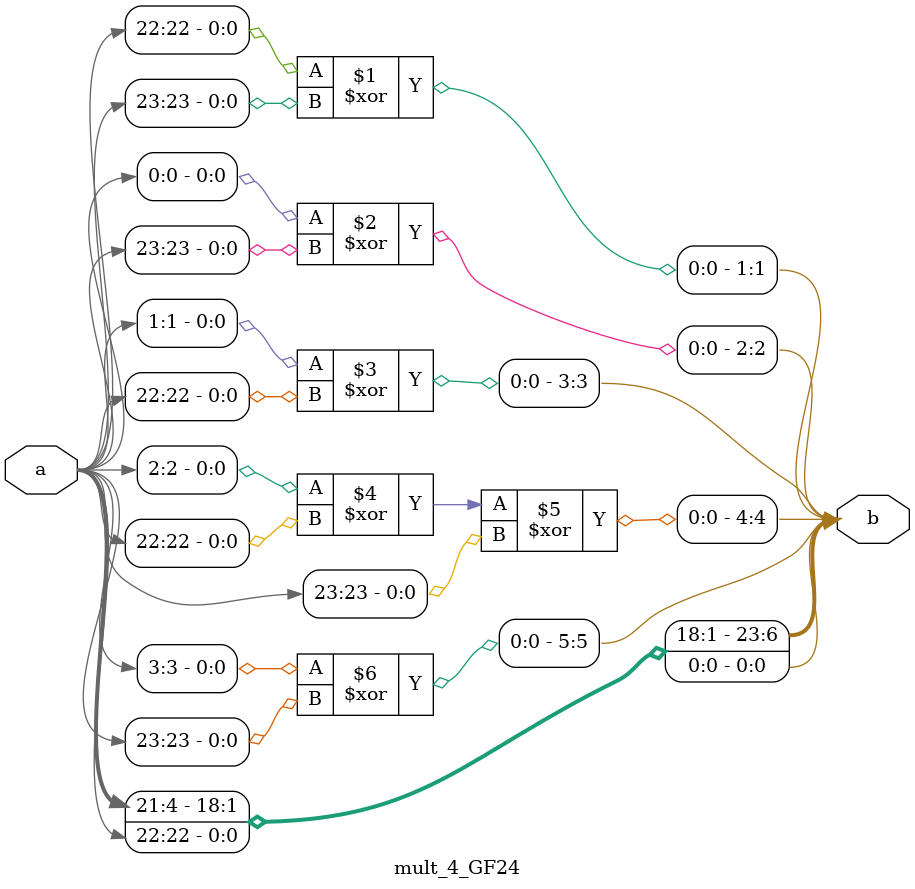
<source format=v>
`timescale 1ns / 1ps


module mult_4_GF24(
  input [23:0] a,
  output wire [23:0] b
  );

  assign b[0] = a[22];
  assign b[1] = a[22] ^ a[23];
  assign b[2] = a[0] ^ a[23];
  assign b[3] = a[1] ^ a[22];
  assign b[4] = a[2] ^ a[22] ^ a[23];
  assign b[5] = a[3] ^ a[23];
  assign b[23:6] = a[21:4];
endmodule
</source>
